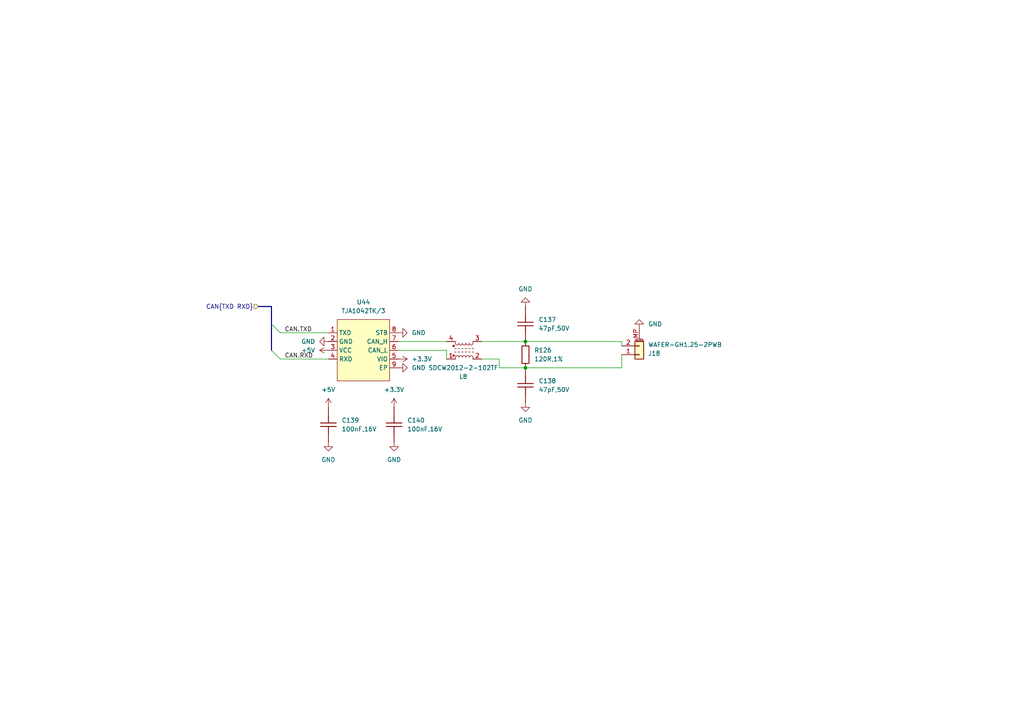
<source format=kicad_sch>
(kicad_sch (version 20250114) (generator "eeschema") (generator_version "9.0")
  (paper "A4")
  (lib_symbols
    (symbol "HPM6280Foc:0402CG470J500NT"
      (property "Reference" "C" (at 0 3.81 0))
      (property "Value" "47pF,50V" (at 0 -3.81 0))
      (symbol "0402CG470J500NT_1_0"
        (polyline (pts (xy -0.508 2.286) (xy -0.508 -2.286)) (stroke (width 0.254)))
        (polyline (pts (xy -0.508 0) (xy -2.54 0)) (stroke (width 0.254)))
        (polyline (pts (xy 0.508 2.286) (xy 0.508 -2.286)) (stroke (width 0.254)))
        (polyline (pts (xy 0.508 0) (xy 2.54 0)) (stroke (width 0.254)))
        (pin passive line (at -5.08 0 0) (length 2.54) (name "2") (number "2"))
        (pin passive line (at 5.08 0 180) (length 2.54) (name "1") (number "1"))
      )
    )
    (symbol "HPM6280Foc:0603WAF1200T5E" (pin_numbers (hide yes)) (pin_names (hide yes))
      (property "Reference" "R" (at 0 2.54 0))
      (property "Value" "120R,1%" (at 0 -2.54 0))
      (symbol "0603WAF1200T5E_0_1"
        (rectangle (start 2.54 -1.016) (end -2.54 1.016) (stroke (width 0.254)))
      )
      (symbol "0603WAF1200T5E_1_1"
        (pin passive line (at -3.81 0 0) (length 1.27) (name "~") (number "1"))
        (pin passive line (at 3.81 0 180) (length 1.27) (name "~") (number "2"))
      )
    )
    (symbol "HPM6280Foc:CC0402KRX7R7BB104"
      (property "Reference" "C" (at -1.27 2.54 0))
      (property "Value" "100nF,16V" (at 0 -3.81 0))
      (symbol "CC0402KRX7R7BB104_1_0"
        (polyline (pts (xy -0.508 2.286) (xy -0.508 -2.286)) (stroke (width 0.254)))
        (polyline (pts (xy -0.508 0) (xy -2.54 0)) (stroke (width 0.254)))
        (polyline (pts (xy 0.508 2.286) (xy 0.508 -2.286)) (stroke (width 0.254)))
        (polyline (pts (xy 0.508 0) (xy 2.54 0)) (stroke (width 0.254)))
        (pin passive line (at -5.08 0 0) (length 2.54) (name "2") (number "2"))
        (pin passive line (at 5.08 0 180) (length 2.54) (name "1") (number "1"))
      )
    )
    (symbol "HPM6280Foc:SDCW2012-2-102TF"
      (property "Reference" "L" (at 0 0 0))
      (property "Value" "SDCW2012-2-102TF" (at 0 0 0))
      (symbol "SDCW2012-2-102TF_0_1"
        (circle (center -3.048 1.524) (radius 0.254) (fill (type outline)))
        (circle (center -3.048 -1.27) (radius 0.254) (fill (type outline)))
        (polyline (pts (xy -2.794 0.508) (xy -2.286 0.508)))
        (polyline (pts (xy -2.794 -0.508) (xy -2.286 -0.508)))
        (polyline (pts (xy -2.54 2.032) (xy -2.54 2.54)))
        (polyline (pts (xy -2.54 -2.032) (xy -2.54 -2.54)))
        (arc (start -1.524 2.032) (mid -2.032 1.5262) (end -2.54 2.032))
        (arc (start -2.54 -2.032) (mid -2.032 -1.5262) (end -1.524 -2.032))
        (polyline (pts (xy -1.778 0.508) (xy -1.27 0.508)))
        (polyline (pts (xy -1.778 -0.508) (xy -1.27 -0.508)))
        (arc (start -0.508 2.032) (mid -1.016 1.5262) (end -1.524 2.032))
        (arc (start -1.524 -2.032) (mid -1.016 -1.5262) (end -0.508 -2.032))
        (polyline (pts (xy -0.762 0.508) (xy -0.254 0.508)))
        (polyline (pts (xy -0.762 -0.508) (xy -0.254 -0.508)))
        (arc (start 0.508 2.032) (mid 0 1.5262) (end -0.508 2.032))
        (arc (start -0.508 -2.032) (mid 0 -1.5262) (end 0.508 -2.032))
        (polyline (pts (xy 0.254 0.508) (xy 0.762 0.508)))
        (polyline (pts (xy 0.254 -0.508) (xy 0.762 -0.508)))
        (arc (start 1.524 2.032) (mid 1.016 1.5262) (end 0.508 2.032))
        (arc (start 0.508 -2.032) (mid 1.016 -1.5262) (end 1.524 -2.032))
        (polyline (pts (xy 1.27 0.508) (xy 1.778 0.508)))
        (polyline (pts (xy 1.27 -0.508) (xy 1.778 -0.508)))
        (arc (start 2.54 2.032) (mid 2.032 1.5262) (end 1.524 2.032))
        (arc (start 1.524 -2.032) (mid 2.032 -1.5262) (end 2.54 -2.032))
        (polyline (pts (xy 2.286 0.508) (xy 2.794 0.508)))
        (polyline (pts (xy 2.286 -0.508) (xy 2.794 -0.508)))
        (polyline (pts (xy 2.54 2.54) (xy 2.54 2.032)))
        (polyline (pts (xy 2.54 -2.032) (xy 2.54 -2.54)))
      )
      (symbol "SDCW2012-2-102TF_1_1"
        (pin passive line (at -5.08 2.54 0) (length 2.54) (name "") (number "1"))
        (pin passive line (at -5.08 -2.54 0) (length 2.54) (name "") (number "4"))
        (pin passive line (at 5.08 2.54 180) (length 2.54) (name "") (number "2"))
        (pin passive line (at 5.08 -2.54 180) (length 2.54) (name "") (number "3"))
      )
    )
    (symbol "HPM6280Foc:TJA1042TK/3"
      (property "Reference" "U" (at 0 0 0))
      (property "Value" "TJA1042TK/3" (at 0 0 0))
      (symbol "TJA1042TK/3_0_0"
        (pin input line (at -2.54 -3.81 0) (length 2.54) (name "TXD") (number "1"))
        (pin power_in line (at -2.54 -6.35 0) (length 2.54) (name "GND") (number "2"))
        (pin power_in line (at -2.54 -8.89 0) (length 2.54) (name "VCC") (number "3"))
        (pin output line (at -2.54 -11.43 0) (length 2.54) (name "RXD") (number "4"))
        (pin input line (at 17.78 -3.81 180) (length 2.54) (name "STB") (number "8"))
        (pin output line (at 17.78 -6.35 180) (length 2.54) (name "CAN_H") (number "7"))
        (pin output line (at 17.78 -8.89 180) (length 2.54) (name "CAN_L") (number "6"))
        (pin power_in line (at 17.78 -11.43 180) (length 2.54) (name "VIO") (number "5"))
      )
      (symbol "TJA1042TK/3_1_0"
        (pin power_in line (at 17.78 -13.97 180) (length 2.54) (name "EP") (number "9"))
      )
      (symbol "TJA1042TK/3_1_1"
        (rectangle (start 0 0) (end 15.24 -17.78) (fill (type background)))
      )
    )
    (symbol "HPM6280Foc:WAFER-GH1.25-2PWB" (pin_names (hide yes))
      (property "Reference" "J" (at 0 3.81 0))
      (property "Value" "WAFER-GH1.25-2PWB" (at -0.508 -11.176 0))
      (symbol "WAFER-GH1.25-2PWB_1_1"
        (rectangle (start -1.27 2.54) (end 1.27 -2.54) (stroke (width 0.254)) (fill (type background)))
        (rectangle (start -1.27 1.397) (end 0 1.143) (stroke (width 0.1524)))
        (rectangle (start -1.27 -1.143) (end 0 -1.397) (stroke (width 0.1524)))
        (polyline (pts (xy -1.016 -3.302) (xy 1.016 -3.302)) (stroke (width 0.1524)))
        (text "Mounting" (at 0 -2.921 0) (effects (font (size 0.381 0.381))))
        (pin passive line (at -5.08 1.27 0) (length 3.81) (name "Pin_1") (number "1"))
        (pin passive line (at -5.08 -1.27 0) (length 3.81) (name "Pin_2") (number "2"))
        (pin passive line (at 0 -6.35 90) (length 3.048) (name "MountPin") (number "MP"))
      )
    )
    (symbol "power:+3.3V" (power) (pin_numbers (hide yes)) (pin_names (offset 0) (hide yes))
      (property "Value" "+3.3V" (at 0 3.556 0))
      (symbol "+3.3V_0_1"
        (polyline (pts (xy -0.762 1.27) (xy 0 2.54)))
        (polyline (pts (xy 0 2.54) (xy 0.762 1.27)))
        (polyline (pts (xy 0 0) (xy 0 2.54)))
      )
      (symbol "+3.3V_1_1"
        (pin power_in line (at 0 0 90) (length 0) (name "~") (number "1"))
      )
    )
    (symbol "power:+5V" (power) (pin_numbers (hide yes)) (pin_names (offset 0) (hide yes))
      (property "Value" "+5V" (at 0 3.556 0))
      (symbol "+5V_0_1"
        (polyline (pts (xy -0.762 1.27) (xy 0 2.54)))
        (polyline (pts (xy 0 2.54) (xy 0.762 1.27)))
        (polyline (pts (xy 0 0) (xy 0 2.54)))
      )
      (symbol "+5V_1_1"
        (pin power_in line (at 0 0 90) (length 0) (name "~") (number "1"))
      )
    )
    (symbol "power:GND" (power) (pin_numbers (hide yes)) (pin_names (offset 0) (hide yes))
      (property "Value" "GND" (at 0 -3.81 0))
      (symbol "GND_0_1"
        (polyline (pts (xy 0 0) (xy 0 -1.27) (xy 1.27 -1.27) (xy 0 -2.54) (xy -1.27 -1.27) (xy 0 -1.27)))
      )
      (symbol "GND_1_1"
        (pin power_in line (at 0 0 270) (length 0) (name "~") (number "1"))
      )
    )
  )
  (junction (at 152.4 106.68))
  (junction (at 152.4 99.06))
  (bus_entry (at 78.74 93.98) (size 2.54 2.54))
  (bus_entry (at 78.74 101.6) (size 2.54 2.54))
  (wire (pts (xy 152.4 99.06) (xy 180.34 99.06)))
  (wire (pts (xy 115.57 99.06) (xy 129.54 99.06)))
  (wire (pts (xy 144.78 106.68) (xy 152.4 106.68)))
  (wire (pts (xy 152.4 106.68) (xy 180.34 106.68)))
  (wire (pts (xy 180.34 99.06) (xy 180.34 100.33)))
  (bus (pts (xy 78.74 88.9) (xy 78.74 93.98)))
  (bus (pts (xy 74.93 88.9) (xy 78.74 88.9)))
  (wire (pts (xy 180.34 102.87) (xy 180.34 106.68)))
  (bus (pts (xy 78.74 93.98) (xy 78.74 101.6)))
  (wire (pts (xy 81.28 104.14) (xy 95.25 104.14)))
  (wire (pts (xy 81.28 96.52) (xy 95.25 96.52)))
  (wire (pts (xy 115.57 101.6) (xy 129.54 101.6)))
  (wire (pts (xy 139.7 104.14) (xy 144.78 104.14)))
  (wire (pts (xy 139.7 99.06) (xy 152.4 99.06)))
  (wire (pts (xy 129.54 101.6) (xy 129.54 104.14)))
  (wire (pts (xy 144.78 104.14) (xy 144.78 106.68)))
  (label "CAN.TXD" (at 82.55 96.52 0))
  (label "CAN.RXD" (at 82.55 104.14 0))
  (hierarchical_label "CAN{TXD RXD}" (shape input) (at 74.93 88.9 180))
  (symbol (lib_id "HPM6280Foc:TJA1042TK/3") (at 97.79 92.71 0) (unit 1)
    (property "Reference" "U45" (at 105.41 87.63 0))
    (property "Value" "TJA1042TK/3" (at 105.41 90.17 0))
    (property "Footprint" "Package_SON:VSON-8-1EP_3x3mm_P0.65mm_EP1.6x2.4mm" (effects (hide yes)))
    (property "Datasheet" "https://www.nxp.com.cn/docs/en/data-sheet/TJA1042.pdf" (effects (hide yes)))
    (property "Description" "具有待机模式的高速CAN收发器" (effects (hide yes)))
    (property "立创编号" "C131480" (effects (hide yes)))
    (instances (project "" (path "" (reference "U44") (unit 1)) (path "" (reference "U45") (unit 1))))
  )
  (symbol (lib_id "power:GND") (at 95.25 99.06 270) (unit 1)
    (property "Reference" "#PWR0280" (effects (hide yes)))
    (property "Value" "GND" (at 91.44 99.0599 90) (effects (justify right)))
    (property "Description" "Power symbol creates a global label with name \"GND\" , ground" (effects (hide yes)))
    (instances (project "HPM5E31_ECatDualFOC" (path "" (reference "#PWR0268") (unit 1)) (path "" (reference "#PWR0280") (unit 1))))
  )
  (symbol (lib_id "power:+5V") (at 95.25 118.11 0) (unit 1)
    (property "Reference" "#PWR0286" (effects (hide yes)))
    (property "Value" "+5V" (at 95.25 113.03 0))
    (property "Description" "Power symbol creates a global label with name \"+5V\"" (effects (hide yes)))
    (instances (project "HPM5E31_ECatDualFOC" (path "" (reference "#PWR0274") (unit 1)) (path "" (reference "#PWR0286") (unit 1))))
  )
  (symbol (lib_id "HPM6280Foc:CC0402KRX7R7BB104") (at 95.25 123.19 90) (unit 1)
    (property "Reference" "C143" (at 99.06 121.9199 90) (effects (justify right)))
    (property "Value" "100nF,16V" (at 99.06 124.4599 90) (effects (justify right)))
    (property "Footprint" "Capacitor_SMD:C_0402_1005Metric" (effects (hide yes)))
    (property "制造商" "YAGEO(国巨)" (effects (hide yes)))
    (property "华秋编号" "G0042289" (effects (hide yes)))
    (property "立创编号" "C60474" (effects (hide yes)))
    (instances (project "" (path "" (reference "C139") (unit 1)) (path "" (reference "C143") (unit 1))))
  )
  (symbol (lib_id "power:GND") (at 115.57 96.52 90) (unit 1)
    (property "Reference" "#PWR0279" (effects (hide yes)))
    (property "Value" "GND" (at 119.38 96.5199 90) (effects (justify right)))
    (property "Description" "Power symbol creates a global label with name \"GND\" , ground" (effects (hide yes)))
    (instances (project "HPM5E31_ECatDualFOC" (path "" (reference "#PWR0267") (unit 1)) (path "" (reference "#PWR0279") (unit 1))))
  )
  (symbol (lib_id "HPM6280Foc:CC0402KRX7R7BB104") (at 114.3 123.19 90) (unit 1)
    (property "Reference" "C144" (at 118.11 121.9199 90) (effects (justify right)))
    (property "Value" "100nF,16V" (at 118.11 124.4599 90) (effects (justify right)))
    (property "Footprint" "Capacitor_SMD:C_0402_1005Metric" (effects (hide yes)))
    (property "制造商" "YAGEO(国巨)" (effects (hide yes)))
    (property "华秋编号" "G0042289" (effects (hide yes)))
    (property "立创编号" "C60474" (effects (hide yes)))
    (instances (project "HPM5E31_ECatDualFOC" (path "" (reference "C140") (unit 1)) (path "" (reference "C144") (unit 1))))
  )
  (symbol (lib_id "HPM6280Foc:WAFER-GH1.25-2PWB") (at 185.42 101.6 0) (mirror x) (unit 1)
    (property "Reference" "J19" (at 187.96 102.5145 0) (effects (justify left)))
    (property "Value" "WAFER-GH1.25-2PWB" (at 187.96 99.9745 0) (effects (justify left)))
    (property "Footprint" "Library:JST_GH_SM02B-GHS-TB_1x02-1MP_P1.25mm_Horizontal" (effects (hide yes)))
    (property "Datasheet" "https://atta.szlcsc.com/upload/public/pdf/source/20220527/CB8773BFB0913C3B8ABD62CB38BA101A.pdf" (effects (hide yes)))
    (property "立创编号" "C3029377" (effects (hide yes)))
    (property "华秋编号" "G6569203" (effects (hide yes)))
    (instances (project "" (path "" (reference "J18") (unit 1)) (path "" (reference "J19") (unit 1))))
  )
  (symbol (lib_id "power:+3.3V") (at 114.3 118.11 0) (unit 1)
    (property "Reference" "#PWR0287" (effects (hide yes)))
    (property "Value" "+3.3V" (at 114.3 113.03 0))
    (property "Description" "Power symbol creates a global label with name \"+3.3V\"" (effects (hide yes)))
    (instances (project "HPM5E31_ECatDualFOC" (path "" (reference "#PWR0275") (unit 1)) (path "" (reference "#PWR0287") (unit 1))))
  )
  (symbol (lib_id "power:GND") (at 185.42 95.25 180) (unit 1)
    (property "Reference" "#PWR0284" (effects (hide yes)))
    (property "Value" "GND" (at 187.96 93.9799 0) (effects (justify right)))
    (property "Description" "Power symbol creates a global label with name \"GND\" , ground" (effects (hide yes)))
    (instances (project "HPM5E31_ECatDualFOC" (path "" (reference "#PWR0272") (unit 1)) (path "" (reference "#PWR0284") (unit 1))))
  )
  (symbol (lib_id "power:+3.3V") (at 115.57 104.14 270) (unit 1)
    (property "Reference" "#PWR0282" (effects (hide yes)))
    (property "Value" "+3.3V" (at 119.38 104.1399 90) (effects (justify left)))
    (property "Description" "Power symbol creates a global label with name \"+3.3V\"" (effects (hide yes)))
    (instances (project "" (path "" (reference "#PWR0270") (unit 1)) (path "" (reference "#PWR0282") (unit 1))))
  )
  (symbol (lib_id "power:GND") (at 152.4 116.84 0) (unit 1)
    (property "Reference" "#PWR0285" (effects (hide yes)))
    (property "Value" "GND" (at 152.4 121.92 0))
    (property "Description" "Power symbol creates a global label with name \"GND\" , ground" (effects (hide yes)))
    (instances (project "HPM5E31_ECatDualFOC" (path "" (reference "#PWR0273") (unit 1)) (path "" (reference "#PWR0285") (unit 1))))
  )
  (symbol (lib_id "power:GND") (at 114.3 128.27 0) (unit 1)
    (property "Reference" "#PWR0289" (effects (hide yes)))
    (property "Value" "GND" (at 114.3 133.35 0))
    (property "Description" "Power symbol creates a global label with name \"GND\" , ground" (effects (hide yes)))
    (instances (project "HPM5E31_ECatDualFOC" (path "" (reference "#PWR0277") (unit 1)) (path "" (reference "#PWR0289") (unit 1))))
  )
  (symbol (lib_id "HPM6280Foc:0402CG470J500NT") (at 152.4 111.76 90) (unit 1)
    (property "Reference" "C142" (at 156.21 110.4899 90) (effects (justify right)))
    (property "Value" "47pF,50V" (at 156.21 113.0299 90) (effects (justify right)))
    (property "Footprint" "Capacitor_SMD:C_0402_1005Metric" (effects (hide yes)))
    (property "华秋编号" "G3691809" (effects (hide yes)))
    (property "立创编号" "C1567" (effects (hide yes)))
    (instances (project "HPM5E31_ECatDualFOC" (path "" (reference "C138") (unit 1)) (path "" (reference "C142") (unit 1))))
  )
  (symbol (lib_id "power:GND") (at 115.57 106.68 90) (unit 1)
    (property "Reference" "#PWR0283" (effects (hide yes)))
    (property "Value" "GND" (at 119.38 106.6799 90) (effects (justify right)))
    (property "Description" "Power symbol creates a global label with name \"GND\" , ground" (effects (hide yes)))
    (instances (project "" (path "" (reference "#PWR0271") (unit 1)) (path "" (reference "#PWR0283") (unit 1))))
  )
  (symbol (lib_id "HPM6280Foc:0603WAF1200T5E") (at 152.4 102.87 90) (unit 1)
    (property "Reference" "R127" (at 154.94 101.5999 90) (effects (justify right)))
    (property "Value" "120R,1%" (at 154.94 104.1399 90) (effects (justify right)))
    (property "Footprint" "Resistor_SMD:R_0603_1608Metric" (effects (hide yes)))
    (property "华秋编号" "G0067010" (effects (hide yes)))
    (property "立创编号" "C22787" (effects (hide yes)))
    (instances (project "" (path "" (reference "R126") (unit 1)) (path "" (reference "R127") (unit 1))))
  )
  (symbol (lib_id "power:+5V") (at 95.25 101.6 90) (unit 1)
    (property "Reference" "#PWR0281" (effects (hide yes)))
    (property "Value" "+5V" (at 91.44 101.5999 90) (effects (justify left)))
    (property "Description" "Power symbol creates a global label with name \"+5V\"" (effects (hide yes)))
    (instances (project "" (path "" (reference "#PWR0269") (unit 1)) (path "" (reference "#PWR0281") (unit 1))))
  )
  (symbol (lib_id "HPM6280Foc:0402CG470J500NT") (at 152.4 93.98 90) (unit 1)
    (property "Reference" "C141" (at 156.21 92.7099 90) (effects (justify right)))
    (property "Value" "47pF,50V" (at 156.21 95.2499 90) (effects (justify right)))
    (property "Footprint" "Capacitor_SMD:C_0402_1005Metric" (effects (hide yes)))
    (property "华秋编号" "G3691809" (effects (hide yes)))
    (property "立创编号" "C1567" (effects (hide yes)))
    (instances (project "" (path "" (reference "C137") (unit 1)) (path "" (reference "C141") (unit 1))))
  )
  (symbol (lib_id "HPM6280Foc:SDCW2012-2-102TF") (at 134.62 101.6 0) (mirror x) (unit 1)
    (property "Reference" "L9" (at 134.366 109.22 0))
    (property "Value" "SDCW2012-2-102TF" (at 134.366 106.68 0))
    (property "Footprint" "Inductor_SMD:L_CommonModeChoke_Coilcraft_0805USB" (effects (hide yes)))
    (property "Datasheet" "https://item.szlcsc.com/datasheet/SDCW2012-2-102TF/336353.html?spm=sc.it.xds.a___sc.gbn.xh1.zy.t&lcsc_vid=RFRfBVcDE1AKVwFQFlNZVFdVEVVeBlJXT1hWXgUERFUxVlNSTlZaUVVRTldeVzsOAxUeFF5JWA0HFBBIBBsCBBcFWQIBCks%3D" (effects (hide yes)))
    (property "Description" "0805共模滤波器 阻抗1kΩ@100MHz" (effects (hide yes)))
    (property "华秋编号" "G4202418" (effects (hide yes)))
    (property "立创编号" "C361659" (effects (hide yes)))
    (instances (project "HPM5E31_ECatDualFOC" (path "" (reference "L8") (unit 1)) (path "" (reference "L9") (unit 1))))
  )
  (symbol (lib_id "power:GND") (at 152.4 88.9 180) (unit 1)
    (property "Reference" "#PWR0278" (effects (hide yes)))
    (property "Value" "GND" (at 152.4 83.82 0))
    (property "Description" "Power symbol creates a global label with name \"GND\" , ground" (effects (hide yes)))
    (instances (project "HPM5E31_ECatDualFOC" (path "" (reference "#PWR0266") (unit 1)) (path "" (reference "#PWR0278") (unit 1))))
  )
  (symbol (lib_id "power:GND") (at 95.25 128.27 0) (unit 1)
    (property "Reference" "#PWR0288" (effects (hide yes)))
    (property "Value" "GND" (at 95.25 133.35 0))
    (property "Description" "Power symbol creates a global label with name \"GND\" , ground" (effects (hide yes)))
    (instances (project "HPM5E31_ECatDualFOC" (path "" (reference "#PWR0276") (unit 1)) (path "" (reference "#PWR0288") (unit 1))))
  )
)
</source>
